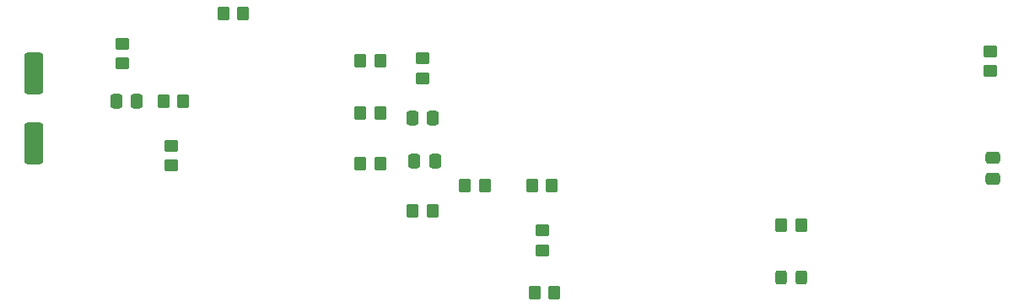
<source format=gtp>
G04 #@! TF.GenerationSoftware,KiCad,Pcbnew,(6.0.10)*
G04 #@! TF.CreationDate,2023-03-10T15:43:37+05:30*
G04 #@! TF.ProjectId,EDL,45444c2e-6b69-4636-9164-5f7063625858,rev?*
G04 #@! TF.SameCoordinates,Original*
G04 #@! TF.FileFunction,Paste,Top*
G04 #@! TF.FilePolarity,Positive*
%FSLAX46Y46*%
G04 Gerber Fmt 4.6, Leading zero omitted, Abs format (unit mm)*
G04 Created by KiCad (PCBNEW (6.0.10)) date 2023-03-10 15:43:37*
%MOMM*%
%LPD*%
G01*
G04 APERTURE LIST*
G04 Aperture macros list*
%AMRoundRect*
0 Rectangle with rounded corners*
0 $1 Rounding radius*
0 $2 $3 $4 $5 $6 $7 $8 $9 X,Y pos of 4 corners*
0 Add a 4 corners polygon primitive as box body*
4,1,4,$2,$3,$4,$5,$6,$7,$8,$9,$2,$3,0*
0 Add four circle primitives for the rounded corners*
1,1,$1+$1,$2,$3*
1,1,$1+$1,$4,$5*
1,1,$1+$1,$6,$7*
1,1,$1+$1,$8,$9*
0 Add four rect primitives between the rounded corners*
20,1,$1+$1,$2,$3,$4,$5,0*
20,1,$1+$1,$4,$5,$6,$7,0*
20,1,$1+$1,$6,$7,$8,$9,0*
20,1,$1+$1,$8,$9,$2,$3,0*%
G04 Aperture macros list end*
%ADD10RoundRect,0.250000X0.350000X0.450000X-0.350000X0.450000X-0.350000X-0.450000X0.350000X-0.450000X0*%
%ADD11RoundRect,0.250000X-0.350000X-0.450000X0.350000X-0.450000X0.350000X0.450000X-0.350000X0.450000X0*%
%ADD12RoundRect,0.250000X0.450000X-0.350000X0.450000X0.350000X-0.450000X0.350000X-0.450000X-0.350000X0*%
%ADD13RoundRect,0.250000X-0.475000X0.337500X-0.475000X-0.337500X0.475000X-0.337500X0.475000X0.337500X0*%
%ADD14RoundRect,0.250000X-0.700000X1.825000X-0.700000X-1.825000X0.700000X-1.825000X0.700000X1.825000X0*%
%ADD15RoundRect,0.250000X-0.450000X0.350000X-0.450000X-0.350000X0.450000X-0.350000X0.450000X0.350000X0*%
%ADD16RoundRect,0.250000X-0.325000X-0.450000X0.325000X-0.450000X0.325000X0.450000X-0.325000X0.450000X0*%
%ADD17RoundRect,0.250000X0.337500X0.475000X-0.337500X0.475000X-0.337500X-0.475000X0.337500X-0.475000X0*%
%ADD18RoundRect,0.250000X-0.337500X-0.475000X0.337500X-0.475000X0.337500X0.475000X-0.337500X0.475000X0*%
G04 APERTURE END LIST*
D10*
X102535000Y-85170000D03*
X100535000Y-85170000D03*
D11*
X75535000Y-74170000D03*
X77535000Y-74170000D03*
D10*
X97285000Y-70170000D03*
X95285000Y-70170000D03*
X83535000Y-65420000D03*
X81535000Y-65420000D03*
X139535000Y-86670000D03*
X137535000Y-86670000D03*
D11*
X95285000Y-80420000D03*
X97285000Y-80420000D03*
D12*
X113535000Y-89170000D03*
X113535000Y-87170000D03*
D13*
X158785000Y-79882500D03*
X158785000Y-81957500D03*
D14*
X62535000Y-71445000D03*
X62535000Y-78395000D03*
D15*
X101535000Y-69920000D03*
X101535000Y-71920000D03*
X158535000Y-69170000D03*
X158535000Y-71170000D03*
D16*
X137510000Y-91920000D03*
X139560000Y-91920000D03*
D10*
X97285000Y-75420000D03*
X95285000Y-75420000D03*
D17*
X102572500Y-75920000D03*
X100497500Y-75920000D03*
X102822500Y-80170000D03*
X100747500Y-80170000D03*
D10*
X114785000Y-93420000D03*
X112785000Y-93420000D03*
D15*
X71410000Y-68420000D03*
X71410000Y-70420000D03*
X76285000Y-78670000D03*
X76285000Y-80670000D03*
D11*
X112535000Y-82670000D03*
X114535000Y-82670000D03*
D18*
X70785000Y-74170000D03*
X72860000Y-74170000D03*
D10*
X107785000Y-82670000D03*
X105785000Y-82670000D03*
M02*

</source>
